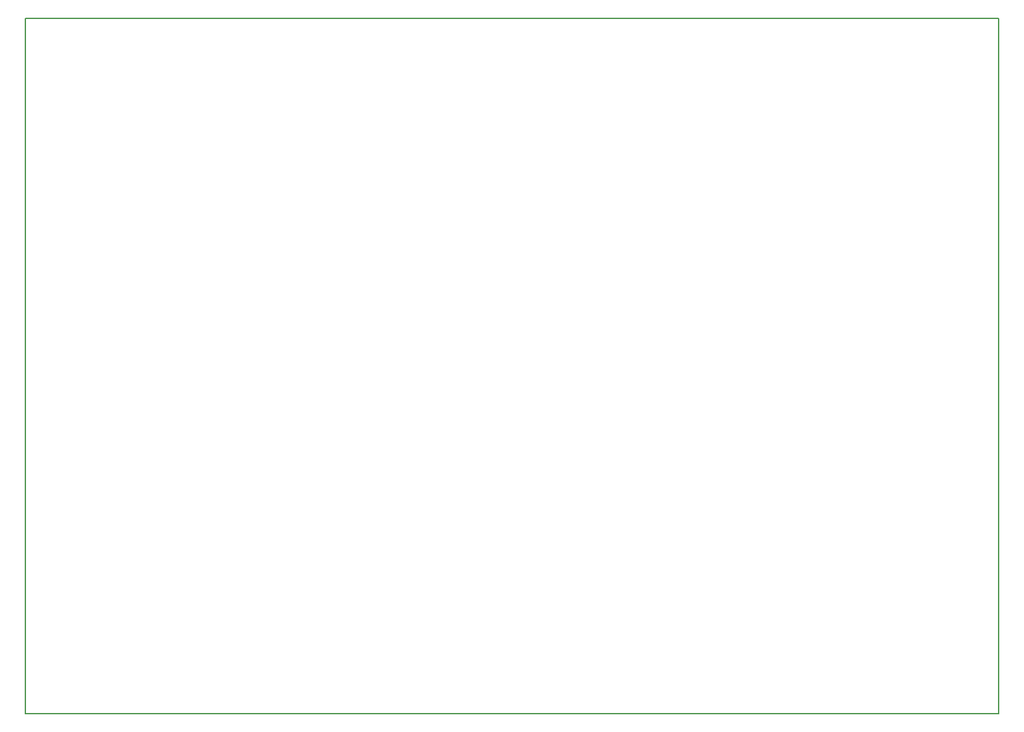
<source format=gbr>
G04 PROTEUS GERBER X2 FILE*
%TF.GenerationSoftware,Labcenter,Proteus,8.12-SP2-Build31155*%
%TF.CreationDate,2022-01-10T11:38:20+00:00*%
%TF.FileFunction,NonPlated,1,2,NPTH*%
%TF.FilePolarity,Positive*%
%TF.Part,Single*%
%TF.SameCoordinates,{77801cfb-34c7-4bc7-9940-2a46c461fd0e}*%
%FSLAX45Y45*%
%MOMM*%
G01*
%TA.AperFunction,Profile*%
%ADD21C,0.203200*%
%TD.AperFunction*%
D21*
X-5170000Y-3700000D02*
X+7830000Y-3700000D01*
X+7830000Y+5600000D01*
X-5170000Y+5600000D01*
X-5170000Y-3700000D01*
M02*

</source>
